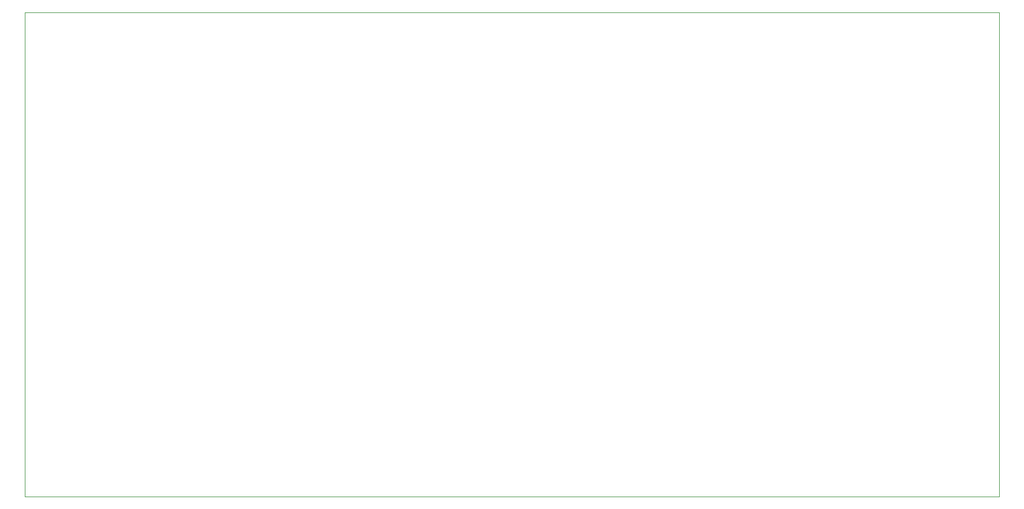
<source format=gbr>
%TF.GenerationSoftware,KiCad,Pcbnew,8.0.2*%
%TF.CreationDate,2025-02-26T14:51:01+00:00*%
%TF.ProjectId,misrc,6d697372-632e-46b6-9963-61645f706362,0.3*%
%TF.SameCoordinates,Original*%
%TF.FileFunction,Profile,NP*%
%FSLAX46Y46*%
G04 Gerber Fmt 4.6, Leading zero omitted, Abs format (unit mm)*
G04 Created by KiCad (PCBNEW 8.0.2) date 2025-02-26 14:51:01*
%MOMM*%
%LPD*%
G01*
G04 APERTURE LIST*
%TA.AperFunction,Profile*%
%ADD10C,0.100000*%
%TD*%
G04 APERTURE END LIST*
D10*
X206756000Y-135890000D02*
X206756000Y-63246000D01*
X60579000Y-135890000D02*
X206756000Y-135890000D01*
X206756000Y-63246000D02*
X60579000Y-63246000D01*
X60579000Y-65659000D02*
X60579000Y-65786000D01*
X60579000Y-63246000D02*
X60579000Y-135890000D01*
M02*

</source>
